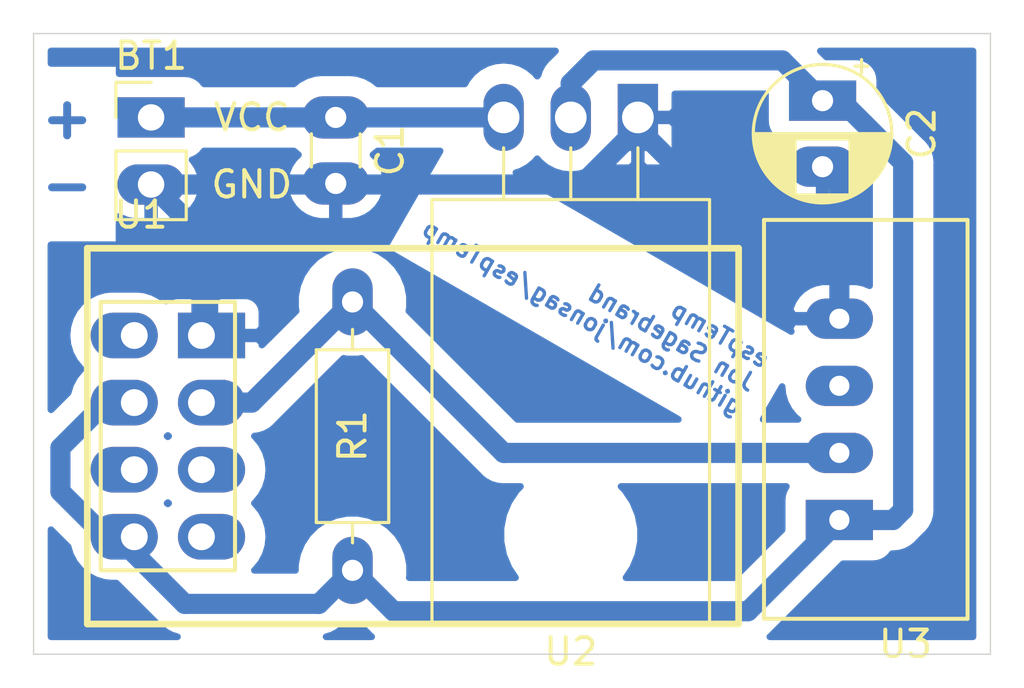
<source format=kicad_pcb>
(kicad_pcb (version 20211014) (generator pcbnew)
  (layers (0 "F.Cu" signal) (31 "B.Cu" signal) (34 "B.Paste" user) (35 "F.Paste" user) (36 "B.SilkS" user "B.Silkscreen") (37 "F.SilkS" user "F.Silkscreen") (38 "B.Mask" user) (39 "F.Mask" user) (44 "Edge.Cuts" user))
  (net 0 "")
  (net 1 "GND")
  (net 2 "Net-(BT1-Pad1)")
  (net 3 "+3V3")
  (net 7 "Net-(U3-Pad3)")
  (net 8 "GPIO2")
  (footprint "My_Headers:2-pin_power_input_header_larger_pads" (layer "F.Cu") (at 138.43 76.835)
    (fp_text reference "BT1" (at 0 -2.33) (layer "F.SilkS"))
    (fp_text value "3.6V" hide)
    (fp_text user "GND" (at 3.81 2.54) (layer "F.SilkS"))
    (fp_text user "VCC" (at 3.81 0) (layer "F.SilkS"))
    (fp_line (start -1.33 1.27) (end 1.33 1.27) (layer "F.SilkS") (width 0.12))
    (fp_line (start 1.33 1.27) (end 1.33 3.87) (layer "F.SilkS") (width 0.12))
    (fp_line (start -1.33 3.87) (end 1.33 3.87) (layer "F.SilkS") (width 0.12))
    (fp_line (start -1.33 0) (end -1.33 -1.33) (layer "F.SilkS") (width 0.12))
    (fp_line (start -1.33 1.27) (end -1.33 3.87) (layer "F.SilkS") (width 0.12))
    (fp_line (start -1.33 -1.33) (end 0 -1.33) (layer "F.SilkS") (width 0.12))
    (pad "1" thru_hole rect locked (at 0 0) (size 2.54 1.524) (drill 1) (layers *.Cu *.Mask) (net 2 "Net-(BT1-Pad1)"))
    (pad "2" thru_hole oval locked (at 0 2.54) (size 2.54 1.524) (drill 1) (layers *.Cu *.Mask) (net 1 "GND"))
  )
  (footprint "My_Misc:C_Disc_D3.0mm_W1.6mm_P2.50mm_larg" (layer "F.Cu") (at 145.415 76.835 -90)
    (fp_text reference "C1" (at 1.25 -2.05 90) (layer "F.SilkS"))
    (fp_text value "100n")
    (fp_line (start 0.621 0.92) (end 1.879 0.92) (layer "F.SilkS") (width 0.12))
    (fp_line (start 0.621 -0.92) (end 1.879 -0.92) (layer "F.SilkS") (width 0.12))
    (pad "1" thru_hole oval locked (at 0 0 270) (size 1.6 2.54) (drill 0.8) (layers *.Cu *.Mask) (net 2 "Net-(BT1-Pad1)"))
    (pad "2" thru_hole oval locked (at 2.5 0 270) (size 1.6 2.54) (drill 0.8) (layers *.Cu *.Mask) (net 1 "GND"))
  )
  (footprint "My_Misc:CP_Radial_D5.0mm_P2.50mm_larger_pads" (layer "F.Cu") (at 163.83 76.2 -90)
    (fp_text reference "C2" (at 1.25 -3.75 90) (layer "F.SilkS"))
    (fp_text value "10u" hide)
    (fp_line (start 2.291 -2.365) (end 2.291 -1.04) (layer "F.SilkS") (width 0.12))
    (fp_line (start 1.73 1.04) (end 1.73 2.536) (layer "F.SilkS") (width 0.12))
    (fp_line (start 3.091 1.04) (end 3.091 1.826) (layer "F.SilkS") (width 0.12))
    (fp_line (start 3.851 -0.284) (end 3.851 0.284) (layer "F.SilkS") (width 0.12))
    (fp_line (start 3.051 1.04) (end 3.051 1.864) (layer "F.SilkS") (width 0.12))
    (fp_line (start 1.971 -2.48) (end 1.971 -1.04) (layer "F.SilkS") (width 0.12))
    (fp_line (start 2.051 1.04) (end 2.051 2.455) (layer "F.SilkS") (width 0.12))
    (fp_line (start 1.57 1.04) (end 1.57 2.561) (layer "F.SilkS") (width 0.12))
    (fp_line (start 2.171 1.04) (end 2.171 2.414) (layer "F.SilkS") (width 0.12))
    (fp_line (start 3.131 1.04) (end 3.131 1.785) (layer "F.SilkS") (width 0.12))
    (fp_line (start 3.331 -1.554) (end 3.331 -1.04) (layer "F.SilkS") (width 0.12))
    (fp_line (start 2.451 1.04) (end 2.451 2.29) (layer "F.SilkS") (width 0.12))
    (fp_line (start 2.251 -2.382) (end 2.251 -1.04) (layer "F.SilkS") (width 0.12))
    (fp_line (start 3.491 -1.319) (end 3.491 -1.04) (layer "F.SilkS") (width 0.12))
    (fp_line (start 1.89 1.04) (end 1.89 2.501) (layer "F.SilkS") (width 0.12))
    (fp_line (start 1.65 -2.55) (end 1.65 -1.04) (layer "F.SilkS") (width 0.12))
    (fp_line (start 1.61 1.04) (end 1.61 2.556) (layer "F.SilkS") (width 0.12))
    (fp_line (start 1.85 1.04) (end 1.85 2.511) (layer "F.SilkS") (width 0.12))
    (fp_line (start 3.291 -1.605) (end 3.291 -1.04) (layer "F.SilkS") (width 0.12))
    (fp_line (start 3.451 -1.383) (end 3.451 -1.04) (layer "F.SilkS") (width 0.12))
    (fp_line (start 2.291 1.04) (end 2.291 2.365) (layer "F.SilkS") (width 0.12))
    (fp_line (start 3.531 -1.251) (end 3.531 -1.04) (layer "F.SilkS") (width 0.12))
    (fp_line (start 2.131 1.04) (end 2.131 2.428) (layer "F.SilkS") (width 0.12))
    (fp_line (start 2.531 1.04) (end 2.531 2.247) (layer "F.SilkS") (width 0.12))
    (fp_line (start 2.611 -2.2) (end 2.611 -1.04) (layer "F.SilkS") (width 0.12))
    (fp_line (start 1.93 -2.491) (end 1.93 -1.04) (layer "F.SilkS") (width 0.12))
    (fp_line (start 1.65 1.04) (end 1.65 2.55) (layer "F.SilkS") (width 0.12))
    (fp_line (start 3.211 -1.699) (end 3.211 -1.04) (layer "F.SilkS") (width 0.12))
    (fp_line (start 3.651 -1.011) (end 3.651 1.011) (layer "F.SilkS") (width 0.12))
    (fp_line (start 2.971 1.04) (end 2.971 1.937) (layer "F.SilkS") (width 0.12))
    (fp_line (start 3.331 1.04) (end 3.331 1.554) (layer "F.SilkS") (width 0.12))
    (fp_line (start 1.49 -2.569) (end 1.49 -1.04) (layer "F.SilkS") (width 0.12))
    (fp_line (start 3.531 1.04) (end 3.531 1.251) (layer "F.SilkS") (width 0.12))
    (fp_line (start 2.051 -2.455) (end 2.051 -1.04) (layer "F.SilkS") (width 0.12))
    (fp_line (start 1.85 -2.511) (end 1.85 -1.04) (layer "F.SilkS") (width 0.12))
    (fp_line (start 3.371 -1.5) (end 3.371 -1.04) (layer "F.SilkS") (width 0.12))
    (fp_line (start 3.451 1.04) (end 3.451 1.383) (layer "F.SilkS") (width 0.12))
    (fp_line (start 2.931 -1.971) (end 2.931 -1.04) (layer "F.SilkS") (width 0.12))
    (fp_line (start 1.25 -2.58) (end 1.25 2.58) (layer "F.SilkS") (width 0.12))
    (fp_line (start 1.77 1.04) (end 1.77 2.528) (layer "F.SilkS") (width 0.12))
    (fp_line (start 2.931 1.04) (end 2.931 1.971) (layer "F.SilkS") (width 0.12))
    (fp_line (start 2.331 1.04) (end 2.331 2.348) (layer "F.SilkS") (width 0.12))
    (fp_line (start 2.531 -2.247) (end 2.531 -1.04) (layer "F.SilkS") (width 0.12))
    (fp_line (start 2.491 1.04) (end 2.491 2.268) (layer "F.SilkS") (width 0.12))
    (fp_line (start 3.731 -0.805) (end 3.731 0.805) (layer "F.SilkS") (width 0.12))
    (fp_line (start 3.011 1.04) (end 3.011 1.901) (layer "F.SilkS") (width 0.12))
    (fp_line (start 3.811 -0.518) (end 3.811 0.518) (layer "F.SilkS") (width 0.12))
    (fp_line (start 2.691 -2.149) (end 2.691 -1.04) (layer "F.SilkS") (width 0.12))
    (fp_line (start 1.61 -2.556) (end 1.61 -1.04) (layer "F.SilkS") (width 0.12))
    (fp_line (start 3.411 -1.443) (end 3.411 -1.04) (layer "F.SilkS") (width 0.12))
    (fp_line (start 3.251 -1.653) (end 3.251 -1.04) (layer "F.SilkS") (width 0.12))
    (fp_line (start 2.891 -2.004) (end 2.891 -1.04) (layer "F.SilkS") (width 0.12))
    (fp_line (start 2.971 -1.937) (end 2.971 -1.04) (layer "F.SilkS") (width 0.12))
    (fp_line (start 3.771 -0.677) (end 3.771 0.677) (layer "F.SilkS") (width 0.12))
    (fp_line (start 2.011 -2.468) (end 2.011 -1.04) (layer "F.SilkS") (width 0.12))
    (fp_line (start 2.811 -2.065) (end 2.811 -1.04) (layer "F.SilkS") (width 0.12))
    (fp_line (start 3.171 -1.743) (end 3.171 -1.04) (layer "F.SilkS") (width 0.12))
    (fp_line (start 2.411 1.04) (end 2.411 2.31) (layer "F.SilkS") (width 0.12))
    (fp_line (start 1.971 1.04) (end 1.971 2.48) (layer "F.SilkS") (width 0.12))
    (fp_line (start 1.53 -2.565) (end 1.53 -1.04) (layer "F.SilkS") (width 0.12))
    (fp_line (start 2.491 -2.268) (end 2.491 -1.04) (layer "F.SilkS") (width 0.12))
    (fp_line (start 1.81 -2.52) (end 1.81 -1.04) (layer "F.SilkS") (width 0.12))
    (fp_line (start 2.011 1.04) (end 2.011 2.468) (layer "F.SilkS") (width 0.12))
    (fp_line (start 3.011 -1.901) (end 3.011 -1.04) (layer "F.SilkS") (width 0.12))
    (fp_line (start 1.77 -2.528) (end 1.77 -1.04) (layer "F.SilkS") (width 0.12))
    (fp_line (start 3.691 -0.915) (end 3.691 0.915) (layer "F.SilkS") (width 0.12))
    (fp_line (start 2.091 1.04) (end 2.091 2.442) (layer "F.SilkS") (width 0.12))
    (fp_line (start 2.171 -2.414) (end 2.171 -1.04) (layer "F.SilkS") (width 0.12))
    (fp_line (start 1.69 1.04) (end 1.69 2.543) (layer "F.SilkS") (width 0.12))
    (fp_line (start -1.554775 -1.475) (end -1.054775 -1.475) (layer "F.SilkS") (width 0.12))
    (fp_line (start 1.37 -2.578) (end 1.37 2.578) (layer "F.SilkS") (width 0.12))
    (fp_line (start 2.211 1.04) (end 2.211 2.398) (layer "F.SilkS") (width 0.12))
    (fp_line (start 2.371 -2.329) (end 2.371 -1.04) (layer "F.SilkS") (width 0.12))
    (fp_line (start 3.571 -1.178) (end 3.571 1.178) (layer "F.SilkS") (width 0.12))
    (fp_line (start 2.851 -2.035) (end 2.851 -1.04) (layer "F.SilkS") (width 0.12))
    (fp_line (start 2.771 -2.095) (end 2.771 -1.04) (layer "F.SilkS") (width 0.12))
    (fp_line (start 3.611 -1.098) (end 3.611 1.098) (layer "F.SilkS") (width 0.12))
    (fp_line (start 2.651 -2.175) (end 2.651 -1.04) (layer "F.SilkS") (width 0.12))
    (fp_line (start 3.371 1.04) (end 3.371 1.5) (layer "F.SilkS") (width 0.12))
    (fp_line (start 2.891 1.04) (end 2.891 2.004) (layer "F.SilkS") (width 0.12))
    (fp_line (start 2.091 -2.442) (end 2.091 -1.04) (layer "F.SilkS") (width 0.12))
    (fp_line (start 2.611 1.04) (end 2.611 2.2) (layer "F.SilkS") (width 0.12))
    (fp_line (start 3.251 1.04) (end 3.251 1.653) (layer "F.SilkS") (width 0.12))
    (fp_line (start 3.291 1.04) (end 3.291 1.605) (layer "F.SilkS") (width 0.12))
    (fp_line (start 1.53 1.04) (end 1.53 2.565) (layer "F.SilkS") (width 0.12))
    (fp_line (start 1.93 1.04) (end 1.93 2.491) (layer "F.SilkS") (width 0.12))
    (fp_line (start 1.33 -2.579) (end 1.33 2.579) (layer "F.SilkS") (width 0.12))
    (fp_line (start 2.451 -2.29) (end 2.451 -1.04) (layer "F.SilkS") (width 0.12))
    (fp_line (start 2.211 -2.398) (end 2.211 -1.04) (layer "F.SilkS") (width 0.12))
    (fp_line (start 3.171 1.04) (end 3.171 1.743) (layer "F.SilkS") (width 0.12))
    (fp_line (start 1.57 -2.561) (end 1.57 -1.04) (layer "F.SilkS") (width 0.12))
    (fp_line (start -1.304775 -1.725) (end -1.304775 -1.225) (layer "F.SilkS") (width 0.12))
    (fp_line (start 1.73 -2.536) (end 1.73 -1.04) (layer "F.SilkS") (width 0.12))
    (fp_line (start 2.731 -2.122) (end 2.731 -1.04) (layer "F.SilkS") (width 0.12))
    (fp_line (start 1.29 -2.58) (end 1.29 2.58) (layer "F.SilkS") (width 0.12))
    (fp_line (start 2.331 -2.348) (end 2.331 -1.04) (layer "F.SilkS") (width 0.12))
    (fp_line (start 1.49 1.04) (end 1.49 2.569) (layer "F.SilkS") (width 0.12))
    (fp_line (start 2.691 1.04) (end 2.691 2.149) (layer "F.SilkS") (width 0.12))
    (fp_line (start 1.45 -2.573) (end 1.45 2.573) (layer "F.SilkS") (width 0.12))
    (fp_line (start 1.41 -2.576) (end 1.41 2.576) (layer "F.SilkS") (width 0.12))
    (fp_line (start 1.69 -2.543) (end 1.69 -1.04) (layer "F.SilkS") (width 0.12))
    (fp_line (start 2.731 1.04) (end 2.731 2.122) (layer "F.SilkS") (width 0.12))
    (fp_line (start 3.411 1.04) (end 3.411 1.443) (layer "F.SilkS") (width 0.12))
    (fp_line (start 2.811 1.04) (end 2.811 2.065) (layer "F.SilkS") (width 0.12))
    (fp_line (start 2.771 1.04) (end 2.771 2.095) (layer "F.SilkS") (width 0.12))
    (fp_line (start 2.411 -2.31) (end 2.411 -1.04) (layer "F.SilkS") (width 0.12))
    (fp_line (start 3.051 -1.864) (end 3.051 -1.04) (layer "F.SilkS") (width 0.12))
    (fp_line (start 2.571 -2.224) (end 2.571 -1.04) (layer "F.SilkS") (width 0.12))
    (fp_line (start 2.651 1.04) (end 2.651 2.175) (layer "F.SilkS") (width 0.12))
    (fp_line (start 2.571 1.04) (end 2.571 2.224) (layer "F.SilkS") (width 0.12))
    (fp_line (start 1.89 -2.501) (end 1.89 -1.04) (layer "F.SilkS") (width 0.12))
    (fp_line (start 1.81 1.04) (end 1.81 2.52) (layer "F.SilkS") (width 0.12))
    (fp_line (start 3.091 -1.826) (end 3.091 -1.04) (layer "F.SilkS") (width 0.12))
    (fp_line (start 2.251 1.04) (end 2.251 2.382) (layer "F.SilkS") (width 0.12))
    (fp_line (start 2.371 1.04) (end 2.371 2.329) (layer "F.SilkS") (width 0.12))
    (fp_line (start 2.851 1.04) (end 2.851 2.035) (layer "F.SilkS") (width 0.12))
    (fp_line (start 3.491 1.04) (end 3.491 1.319) (layer "F.SilkS") (width 0.12))
    (fp_line (start 3.131 -1.785) (end 3.131 -1.04) (layer "F.SilkS") (width 0.12))
    (fp_line (start 3.211 1.04) (end 3.211 1.699) (layer "F.SilkS") (width 0.12))
    (fp_line (start 2.131 -2.428) (end 2.131 -1.04) (layer "F.SilkS") (width 0.12))
    (fp_circle (center 1.25 0) (end 3.87 0) (layer "F.SilkS") (width 0.12) (fill none))
    (pad "1" thru_hole rect (at 0 0 270) (size 1.524 2.54) (drill 0.8) (layers *.Cu *.Mask) (net 3 "+3V3"))
    (pad "2" thru_hole oval (at 2.5 0 270) (size 1.524 2.54) (drill 0.8) (layers *.Cu *.Mask) (net 1 "GND"))
  )
  (footprint "My_Misc:R_Axial_DIN0207_L6.3mm_D2.5mm_P10.16mm_Horizontal_larger_pads" (layer "F.Cu") (at 146.05 93.98 90)
    (fp_text reference "R1" (at 5.08 0 90) (layer "F.SilkS"))
    (fp_text value "4.7k" hide)
    (fp_line (start 8.35 1.37) (end 8.35 -1.37) (layer "F.SilkS") (width 0.12))
    (fp_line (start 1.81 1.37) (end 8.35 1.37) (layer "F.SilkS") (width 0.12))
    (fp_line (start 8.35 -1.37) (end 1.81 -1.37) (layer "F.SilkS") (width 0.12))
    (fp_line (start 1.81 -1.37) (end 1.81 1.37) (layer "F.SilkS") (width 0.12))
    (fp_line (start 9.12 0) (end 8.35 0) (layer "F.SilkS") (width 0.12))
    (fp_line (start 1.04 0) (end 1.81 0) (layer "F.SilkS") (width 0.12))
    (pad "1" thru_hole oval (at 0 0 90) (size 2.54 1.524) (drill 0.8) (layers *.Cu *.Mask) (net 3 "+3V3"))
    (pad "2" thru_hole oval (at 10.16 0 90) (size 2.54 1.524) (drill 0.8) (layers *.Cu *.Mask) (net 8 "GPIO2"))
  )
  (footprint "My_Arduino:ESP-01_large" (layer "F.Cu") (at 137.795 85.09)
    (fp_text reference "U1" (at 0.254 -4.572) (layer "F.SilkS"))
    (fp_text value "ESP-01")
    (fp_line (start -1.27 1.27) (end -1.27 8.89) (layer "F.SilkS") (width 0.1524))
    (fp_line (start 3.81 8.89) (end 3.81 -1.27) (layer "F.SilkS") (width 0.1524))
    (fp_line (start -1.27 8.89) (end 3.81 8.89) (layer "F.SilkS") (width 0.1524))
    (fp_line (start -1.27 -1.27) (end -1.27 1.27) (layer "F.SilkS") (width 0.1524))
    (fp_line (start 22.86 -3.302) (end 22.86 10.922) (layer "F.SilkS") (width 0.254))
    (fp_line (start 1.27 -1.27) (end -1.27 -1.27) (layer "F.SilkS") (width 0.1524))
    (fp_line (start -1.778 -3.302) (end 22.86 -3.302) (layer "F.SilkS") (width 0.254))
    (fp_line (start 3.81 -1.27) (end 1.27 -1.27) (layer "F.SilkS") (width 0.1524))
    (fp_line (start -1.778 10.922) (end -1.778 -3.302) (layer "F.SilkS") (width 0.254))
    (fp_line (start 22.86 10.922) (end -1.778 10.922) (layer "F.SilkS") (width 0.254))
    (pad "1" thru_hole rect locked (at 2.54 0) (size 2.54 1.7272) (drill 1.016 (offset 0.381 0)) (layers *.Cu *.Mask) (net 1 "GND"))
    (pad "2" thru_hole oval locked (at 0 0) (size 2.54 1.7272) (drill 1.016 (offset -0.381 0)) (layers *.Cu *.Mask))
    (pad "3" thru_hole oval locked (at 2.54 2.54) (size 2.54 1.7272) (drill 1.016 (offset 0.381 0)) (layers *.Cu *.Mask) (net 8 "GPIO2"))
    (pad "4" thru_hole oval locked (at 0 2.54) (size 2.54 1.7272) (drill 1.016 (offset -0.381 0)) (layers *.Cu *.Mask) (net 3 "+3V3"))
    (pad "5" thru_hole oval locked (at 2.54 5.08) (size 2.54 1.7272) (drill 1.016 (offset 0.381 0)) (layers *.Cu *.Mask))
    (pad "6" thru_hole oval locked (at 0 5.08) (size 2.54 1.7272) (drill 1.016 (offset -0.381 0)) (layers *.Cu *.Mask))
    (pad "7" thru_hole oval locked (at 2.54 7.62) (size 2.54 1.7272) (drill 1.016 (offset 0.381 0)) (layers *.Cu *.Mask))
    (pad "8" thru_hole oval locked (at 0 7.62) (size 2.54 1.7272) (drill 1.016 (offset -0.381 0)) (layers *.Cu *.Mask) (net 3 "+3V3"))
  )
  (footprint "My_Misc:TO-220F-3_Horizontal_TabDown_large" (layer "F.Cu") (at 156.845 76.835 180)
    (fp_text reference "U2" (at 2.54 -20.22) (layer "F.SilkS"))
    (fp_text value "LD1117S33TR_SOT223" hide)
    (fp_line (start -2.71 -19.22) (end 7.79 -19.22) (layer "F.SilkS") (width 0.12))
    (fp_line (start 5.08 -3.11) (end 5.08 -1.15) (layer "F.SilkS") (width 0.12))
    (fp_line (start -2.71 -19.22) (end -2.71 -3.11) (layer "F.SilkS") (width 0.12))
    (fp_line (start -2.71 -3.11) (end 7.79 -3.11) (layer "F.SilkS") (width 0.12))
    (fp_line (start 7.79 -19.22) (end 7.79 -3.11) (layer "F.SilkS") (width 0.12))
    (fp_line (start 0 -3.11) (end 0 -1.15) (layer "F.SilkS") (width 0.12))
    (fp_line (start 2.54 -3.11) (end 2.54 -1.15) (layer "F.SilkS") (width 0.12))
    (pad "" np_thru_hole oval locked (at 2.54 -15.8 180) (size 3.5 3.5) (drill 3.5) (layers *.Cu *.Mask))
    (pad "1" thru_hole rect locked (at 0 0 180) (size 1.524 2.54) (drill 1.2) (layers *.Cu *.Mask) (net 1 "GND"))
    (pad "2" thru_hole oval locked (at 2.54 0 180) (size 1.524 2.54) (drill 1.2) (layers *.Cu *.Mask) (net 3 "+3V3"))
    (pad "3" thru_hole oval locked (at 5.08 0 180) (size 1.524 2.54) (drill 1.2) (layers *.Cu *.Mask) (net 2 "Net-(BT1-Pad1)"))
  )
  (footprint "My_Parts:DHT22,RHT03,CM2303_100mil_large" (layer "F.Cu") (at 164.465 92.075 180)
    (fp_text reference "U3" (at -2.5 -4.69) (layer "F.SilkS"))
    (fp_text value "DHT22,CM2303" hide)
    (fp_line (start -4.85 11.36) (end -4.85 -3.74) (layer "F.SilkS") (width 0.15))
    (fp_line (start 2.85 11.36) (end -4.85 11.36) (layer "F.SilkS") (width 0.15))
    (fp_line (start 2.85 -3.74) (end 2.85 11.36) (layer "F.SilkS") (width 0.15))
    (fp_line (start -4.85 -3.74) (end 2.85 -3.74) (layer "F.SilkS") (width 0.15))
    (pad "1" thru_hole rect locked (at 0 0 180) (size 2.54 1.524) (drill 0.762) (layers *.Cu *.Mask) (net 3 "+3V3"))
    (pad "2" thru_hole oval locked (at 0 2.54 180) (size 2.54 1.524) (drill 0.762) (layers *.Cu *.Mask) (net 8 "GPIO2"))
    (pad "3" thru_hole oval locked (at 0 5.08 180) (size 2.54 1.524) (drill 0.762) (layers *.Cu *.Mask) (net 7 "Net-(U3-Pad3)"))
    (pad "4" thru_hole oval locked (at 0 7.62 180) (size 2.54 1.524) (drill 0.762) (layers *.Cu *.Mask) (net 1 "GND"))
  )
  (gr_line (start 170.18 97.155) (end 170.18 73.66) (layer "Edge.Cuts") (width 0.05))
  (gr_line (start 133.985 73.66) (end 133.985 97.155) (layer "Edge.Cuts") (width 0.05))
  (gr_line (start 170.18 73.66) (end 133.985 73.66) (layer "Edge.Cuts") (width 0.05))
  (gr_line (start 133.985 97.155) (end 170.18 97.155) (layer "Edge.Cuts") (width 0.05))
  (gr_text "-" (at 135.255 79.375) (layer "B.Cu") (effects (font (size 1.5 1.5) (thickness 0.3)) (justify mirror)))
  (gr_text "espTemp\nJon Sagebrand\ngithub.com/jonsag/espTemp" (at 161.29 86.995 -30) (layer "B.Cu") (effects (font (size 0.635 0.635) (thickness 0.127)) (justify left mirror)))
  (gr_text "+" (at 135.255 76.835) (layer "B.Cu") (effects (font (size 1.5 1.5) (thickness 0.3)) (justify mirror)))
  (segment (start 140.335 81.28) (end 138.43 79.375) (width 0.762) (layer "B.Cu") (net 1))
  (segment (start 145.415 79.375) (end 154.71309 79.375) (width 0.762) (layer "B.Cu") (net 1))
  (segment (start 164.465 79.375) (end 163.83 78.74) (width 0.762) (layer "B.Cu") (net 1))
  (segment (start 156.845 77.24309) (end 158.34191 78.74) (width 0.762) (layer "B.Cu") (net 1))
  (segment (start 140.335 85.09) (end 140.335 81.28) (width 0.762) (layer "B.Cu") (net 1))
  (segment (start 138.43 79.375) (end 145.415 79.375) (width 0.762) (layer "B.Cu") (net 1))
  (segment (start 154.71309 79.375) (end 156.845 77.24309) (width 0.762) (layer "B.Cu") (net 1))
  (segment (start 158.34191 78.74) (end 163.83 78.74) (width 0.762) (layer "B.Cu") (net 1))
  (segment (start 164.465 84.455) (end 164.465 79.375) (width 0.762) (layer "B.Cu") (net 1))
  (segment (start 145.415 76.835) (end 151.765 76.835) (width 0.762) (layer "B.Cu") (net 2))
  (segment (start 138.43 76.835) (end 145.415 76.835) (width 0.762) (layer "B.Cu") (net 2))
  (segment (start 135.00099 89.338835) (end 136.709825 87.63) (width 0.762) (layer "B.Cu") (net 3))
  (segment (start 146.05 93.98) (end 147.598001 95.528001) (width 0.762) (layer "B.Cu") (net 3))
  (segment (start 166.497 92.075) (end 166.87801 91.69399) (width 0.762) (layer "B.Cu") (net 3))
  (segment (start 155.168599 74.675999) (end 154.305 75.539598) (width 0.762) (layer "B.Cu") (net 3))
  (segment (start 164.53209 76.2) (end 163.83 76.2) (width 0.762) (layer "B.Cu") (net 3))
  (segment (start 147.598001 95.528001) (end 161.011999 95.528001) (width 0.762) (layer "B.Cu") (net 3))
  (segment (start 161.011999 95.528001) (end 164.465 92.075) (width 0.762) (layer "B.Cu") (net 3))
  (segment (start 135.00099 91.001165) (end 135.00099 89.338835) (width 0.762) (layer "B.Cu") (net 3))
  (segment (start 137.795 92.71) (end 136.709825 92.71) (width 0.762) (layer "B.Cu") (net 3))
  (segment (start 164.465 92.075) (end 166.497 92.075) (width 0.762) (layer "B.Cu") (net 3))
  (segment (start 166.87801 91.69399) (end 166.87801 78.54592) (width 0.762) (layer "B.Cu") (net 3))
  (segment (start 163.83 76.2) (end 162.305999 74.675999) (width 0.762) (layer "B.Cu") (net 3))
  (segment (start 146.05 93.98) (end 144.780001 95.249999) (width 0.762) (layer "B.Cu") (net 3))
  (segment (start 139.699999 95.249999) (end 137.16 92.71) (width 0.762) (layer "B.Cu") (net 3))
  (segment (start 162.305999 74.675999) (end 155.168599 74.675999) (width 0.762) (layer "B.Cu") (net 3))
  (segment (start 166.87801 78.54592) (end 164.53209 76.2) (width 0.762) (layer "B.Cu") (net 3))
  (segment (start 144.780001 95.249999) (end 139.699999 95.249999) (width 0.762) (layer "B.Cu") (net 3))
  (segment (start 136.709825 87.63) (end 137.16 87.63) (width 0.762) (layer "B.Cu") (net 3))
  (segment (start 154.305 75.539598) (end 154.305 76.835) (width 0.762) (layer "B.Cu") (net 3))
  (segment (start 136.709825 92.71) (end 135.00099 91.001165) (width 0.762) (layer "B.Cu") (net 3))
  (segment (start 142.24 87.63) (end 140.589 87.63) (width 0.762) (layer "B.Cu") (net 8))
  (segment (start 151.765 89.535) (end 146.05 83.82) (width 0.762) (layer "B.Cu") (net 8))
  (segment (start 146.05 83.82) (end 142.24 87.63) (width 0.762) (layer "B.Cu") (net 8))
  (segment (start 140.589 87.63) (end 140.589 87.503) (width 0.762) (layer "B.Cu") (net 8))
  (segment (start 164.465 89.535) (end 151.765 89.535) (width 0.762) (layer "B.Cu") (net 8))
  (zone (net 1) (net_name "GND") (layer "B.Cu") (connect_pads (clearance 0.508)) (min_thickness 0.254) (fill yes (thermal_gap 0.508) (thermal_bridge_width 0.508))
    (polygon (pts (xy 170.815 97.79) (xy 133.35 97.79) (xy 133.35 73.025) (xy 170.815 73.025)))
  )
  (zone (net 0) (net_name "") (layer "B.Cu") (connect_pads (clearance 0.508)) (min_thickness 0.254) (fill yes (thermal_gap 0.508) (thermal_bridge_width 0.508))
    (polygon (pts (xy 171.45 98.425) (xy 132.715 98.425) (xy 132.715 72.39) (xy 171.45 72.39)))
  )
)
</source>
